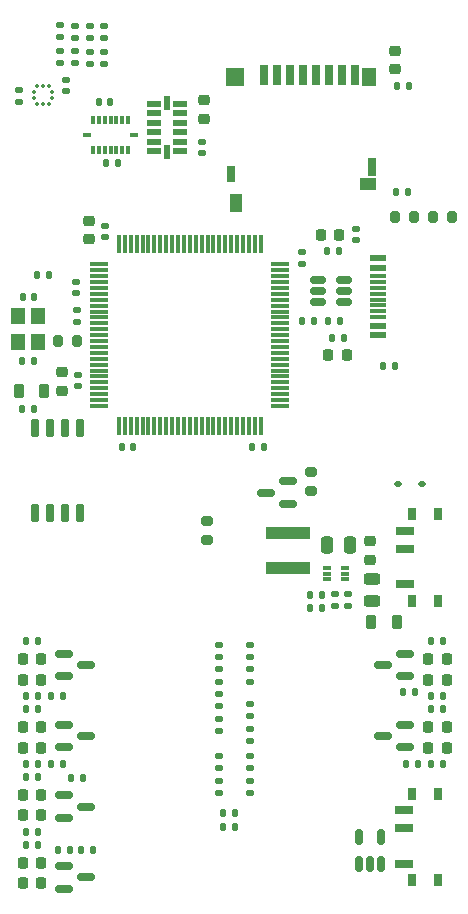
<source format=gtp>
%TF.GenerationSoftware,KiCad,Pcbnew,7.0.2-0*%
%TF.CreationDate,2023-12-01T11:24:17-06:00*%
%TF.ProjectId,Flight Computer,466c6967-6874-4204-936f-6d7075746572,1.1*%
%TF.SameCoordinates,Original*%
%TF.FileFunction,Paste,Top*%
%TF.FilePolarity,Positive*%
%FSLAX46Y46*%
G04 Gerber Fmt 4.6, Leading zero omitted, Abs format (unit mm)*
G04 Created by KiCad (PCBNEW 7.0.2-0) date 2023-12-01 11:24:17*
%MOMM*%
%LPD*%
G01*
G04 APERTURE LIST*
G04 Aperture macros list*
%AMRoundRect*
0 Rectangle with rounded corners*
0 $1 Rounding radius*
0 $2 $3 $4 $5 $6 $7 $8 $9 X,Y pos of 4 corners*
0 Add a 4 corners polygon primitive as box body*
4,1,4,$2,$3,$4,$5,$6,$7,$8,$9,$2,$3,0*
0 Add four circle primitives for the rounded corners*
1,1,$1+$1,$2,$3*
1,1,$1+$1,$4,$5*
1,1,$1+$1,$6,$7*
1,1,$1+$1,$8,$9*
0 Add four rect primitives between the rounded corners*
20,1,$1+$1,$2,$3,$4,$5,0*
20,1,$1+$1,$4,$5,$6,$7,0*
20,1,$1+$1,$6,$7,$8,$9,0*
20,1,$1+$1,$8,$9,$2,$3,0*%
G04 Aperture macros list end*
%ADD10RoundRect,0.218750X-0.218750X-0.256250X0.218750X-0.256250X0.218750X0.256250X-0.218750X0.256250X0*%
%ADD11RoundRect,0.135000X-0.135000X-0.185000X0.135000X-0.185000X0.135000X0.185000X-0.135000X0.185000X0*%
%ADD12RoundRect,0.150000X-0.587500X-0.150000X0.587500X-0.150000X0.587500X0.150000X-0.587500X0.150000X0*%
%ADD13RoundRect,0.200000X-0.275000X0.200000X-0.275000X-0.200000X0.275000X-0.200000X0.275000X0.200000X0*%
%ADD14RoundRect,0.135000X-0.185000X0.135000X-0.185000X-0.135000X0.185000X-0.135000X0.185000X0.135000X0*%
%ADD15RoundRect,0.150000X0.587500X0.150000X-0.587500X0.150000X-0.587500X-0.150000X0.587500X-0.150000X0*%
%ADD16RoundRect,0.218750X0.218750X0.256250X-0.218750X0.256250X-0.218750X-0.256250X0.218750X-0.256250X0*%
%ADD17RoundRect,0.225000X0.250000X-0.225000X0.250000X0.225000X-0.250000X0.225000X-0.250000X-0.225000X0*%
%ADD18RoundRect,0.135000X0.185000X-0.135000X0.185000X0.135000X-0.185000X0.135000X-0.185000X-0.135000X0*%
%ADD19RoundRect,0.200000X0.200000X0.275000X-0.200000X0.275000X-0.200000X-0.275000X0.200000X-0.275000X0*%
%ADD20RoundRect,0.140000X0.140000X0.170000X-0.140000X0.170000X-0.140000X-0.170000X0.140000X-0.170000X0*%
%ADD21RoundRect,0.243750X0.456250X-0.243750X0.456250X0.243750X-0.456250X0.243750X-0.456250X-0.243750X0*%
%ADD22RoundRect,0.225000X-0.250000X0.225000X-0.250000X-0.225000X0.250000X-0.225000X0.250000X0.225000X0*%
%ADD23RoundRect,0.140000X-0.140000X-0.170000X0.140000X-0.170000X0.140000X0.170000X-0.140000X0.170000X0*%
%ADD24R,0.800000X1.000000*%
%ADD25R,1.500000X0.700000*%
%ADD26RoundRect,0.140000X0.170000X-0.140000X0.170000X0.140000X-0.170000X0.140000X-0.170000X-0.140000X0*%
%ADD27RoundRect,0.218750X0.218750X0.381250X-0.218750X0.381250X-0.218750X-0.381250X0.218750X-0.381250X0*%
%ADD28RoundRect,0.140000X-0.170000X0.140000X-0.170000X-0.140000X0.170000X-0.140000X0.170000X0.140000X0*%
%ADD29RoundRect,0.135000X0.135000X0.185000X-0.135000X0.185000X-0.135000X-0.185000X0.135000X-0.185000X0*%
%ADD30R,3.700000X1.100000*%
%ADD31RoundRect,0.112500X-0.187500X-0.112500X0.187500X-0.112500X0.187500X0.112500X-0.187500X0.112500X0*%
%ADD32RoundRect,0.075000X-0.725000X-0.075000X0.725000X-0.075000X0.725000X0.075000X-0.725000X0.075000X0*%
%ADD33RoundRect,0.075000X-0.075000X-0.725000X0.075000X-0.725000X0.075000X0.725000X-0.075000X0.725000X0*%
%ADD34R,1.450000X0.600000*%
%ADD35R,1.450000X0.300000*%
%ADD36RoundRect,0.150000X0.150000X-0.512500X0.150000X0.512500X-0.150000X0.512500X-0.150000X-0.512500X0*%
%ADD37RoundRect,0.150000X0.512500X0.150000X-0.512500X0.150000X-0.512500X-0.150000X0.512500X-0.150000X0*%
%ADD38R,0.700000X1.750000*%
%ADD39R,1.450000X1.000000*%
%ADD40R,1.000000X1.550000*%
%ADD41R,0.800000X1.500000*%
%ADD42R,1.300000X1.500000*%
%ADD43R,1.500000X1.500000*%
%ADD44R,0.800000X1.400000*%
%ADD45RoundRect,0.200000X0.275000X-0.200000X0.275000X0.200000X-0.275000X0.200000X-0.275000X-0.200000X0*%
%ADD46RoundRect,0.200000X-0.200000X-0.275000X0.200000X-0.275000X0.200000X0.275000X-0.200000X0.275000X0*%
%ADD47R,1.200000X1.400000*%
%ADD48RoundRect,0.012500X0.112500X-0.325000X0.112500X0.325000X-0.112500X0.325000X-0.112500X-0.325000X0*%
%ADD49RoundRect,0.012500X0.325000X-0.112500X0.325000X0.112500X-0.325000X0.112500X-0.325000X-0.112500X0*%
%ADD50RoundRect,0.250000X-0.250000X-0.475000X0.250000X-0.475000X0.250000X0.475000X-0.250000X0.475000X0*%
%ADD51RoundRect,0.012500X0.125000X-0.112500X0.125000X0.112500X-0.125000X0.112500X-0.125000X-0.112500X0*%
%ADD52RoundRect,0.012500X0.112500X-0.125000X0.112500X0.125000X-0.112500X0.125000X-0.112500X-0.125000X0*%
%ADD53RoundRect,0.027500X0.545000X0.247500X-0.545000X0.247500X-0.545000X-0.247500X0.545000X-0.247500X0*%
%ADD54RoundRect,0.027500X0.247500X0.545000X-0.247500X0.545000X-0.247500X-0.545000X0.247500X-0.545000X0*%
%ADD55RoundRect,0.150000X0.150000X-0.650000X0.150000X0.650000X-0.150000X0.650000X-0.150000X-0.650000X0*%
%ADD56R,0.700000X0.340000*%
G04 APERTURE END LIST*
D10*
%TO.C,D12*%
X85552500Y-73000000D03*
X87127500Y-73000000D03*
%TD*%
D11*
%TO.C,R3*%
X86750000Y-40490000D03*
X87770000Y-40490000D03*
%TD*%
D10*
%TO.C,D8*%
X85552500Y-80500000D03*
X87127500Y-80500000D03*
%TD*%
D12*
%TO.C,Q2*%
X89062500Y-90550000D03*
X89062500Y-92450000D03*
X90937500Y-91500000D03*
%TD*%
D13*
%TO.C,R18*%
X109950000Y-57135000D03*
X109950000Y-58785000D03*
%TD*%
D14*
%TO.C,R14*%
X104800000Y-78890000D03*
X104800000Y-79910000D03*
%TD*%
D15*
%TO.C,Q1*%
X108037500Y-59860000D03*
X108037500Y-57960000D03*
X106162500Y-58910000D03*
%TD*%
D10*
%TO.C,D9*%
X85552500Y-90250000D03*
X87127500Y-90250000D03*
%TD*%
D16*
%TO.C,D2*%
X112347500Y-37080000D03*
X110772500Y-37080000D03*
%TD*%
D14*
%TO.C,R13*%
X104800000Y-76790000D03*
X104800000Y-77810000D03*
%TD*%
D17*
%TO.C,C26*%
X114940000Y-64595000D03*
X114940000Y-63045000D03*
%TD*%
D18*
%TO.C,R9*%
X102200000Y-79110000D03*
X102200000Y-78090000D03*
%TD*%
D11*
%TO.C,R19*%
X116090000Y-48182500D03*
X117110000Y-48182500D03*
%TD*%
D10*
%TO.C,D10*%
X85552500Y-84500000D03*
X87127500Y-84500000D03*
%TD*%
D19*
%TO.C,R2*%
X90175000Y-46107500D03*
X88525000Y-46107500D03*
%TD*%
D11*
%TO.C,R59*%
X120150000Y-71500000D03*
X121170000Y-71500000D03*
%TD*%
D20*
%TO.C,C10*%
X86480000Y-47782500D03*
X85520000Y-47782500D03*
%TD*%
D21*
%TO.C,F2*%
X115090000Y-68077500D03*
X115090000Y-66202500D03*
%TD*%
D22*
%TO.C,C1*%
X100910000Y-25715000D03*
X100910000Y-27265000D03*
%TD*%
D23*
%TO.C,C8*%
X92020000Y-25870000D03*
X92980000Y-25870000D03*
%TD*%
D20*
%TO.C,C15*%
X94930000Y-55070000D03*
X93970000Y-55070000D03*
%TD*%
D11*
%TO.C,R47*%
X85830000Y-88750000D03*
X86850000Y-88750000D03*
%TD*%
D14*
%TO.C,R15*%
X102200000Y-71790000D03*
X102200000Y-72810000D03*
%TD*%
D18*
%TO.C,R35*%
X104800000Y-82210000D03*
X104800000Y-81190000D03*
%TD*%
%TO.C,R1*%
X111980000Y-68530000D03*
X111980000Y-67510000D03*
%TD*%
D24*
%TO.C,SW1*%
X118530000Y-68050000D03*
X120740000Y-68050000D03*
X118530000Y-60750000D03*
X120740000Y-60750000D03*
D25*
X117880000Y-66650000D03*
X117880000Y-63650000D03*
X117880000Y-62150000D03*
%TD*%
D16*
%TO.C,D4*%
X121447500Y-74750000D03*
X119872500Y-74750000D03*
%TD*%
D19*
%TO.C,R21*%
X118700000Y-35570000D03*
X117050000Y-35570000D03*
%TD*%
D18*
%TO.C,R53*%
X91250000Y-20390000D03*
X91250000Y-19370000D03*
%TD*%
D26*
%TO.C,C25*%
X113800000Y-37560000D03*
X113800000Y-36600000D03*
%TD*%
D27*
%TO.C,FB1*%
X87362500Y-50332500D03*
X85237500Y-50332500D03*
%TD*%
D26*
%TO.C,C16*%
X90200000Y-49887500D03*
X90200000Y-48927500D03*
%TD*%
D11*
%TO.C,R37*%
X120150000Y-76150000D03*
X121170000Y-76150000D03*
%TD*%
D28*
%TO.C,C3*%
X89230000Y-23990000D03*
X89230000Y-24950000D03*
%TD*%
D29*
%TO.C,R46*%
X110180000Y-44350000D03*
X109160000Y-44350000D03*
%TD*%
%TO.C,R5*%
X110880000Y-67560000D03*
X109860000Y-67560000D03*
%TD*%
%TO.C,R17*%
X112720000Y-45850000D03*
X111700000Y-45850000D03*
%TD*%
D11*
%TO.C,R22*%
X109860000Y-68660000D03*
X110880000Y-68660000D03*
%TD*%
D30*
%TO.C,L3*%
X108050000Y-65340000D03*
X108050000Y-62340000D03*
%TD*%
D11*
%TO.C,R58*%
X85830000Y-71500000D03*
X86850000Y-71500000D03*
%TD*%
D31*
%TO.C,D15*%
X117300000Y-58150000D03*
X119400000Y-58150000D03*
%TD*%
D16*
%TO.C,D13*%
X121447500Y-73000000D03*
X119872500Y-73000000D03*
%TD*%
D32*
%TO.C,U1*%
X92025000Y-39582500D03*
X92025000Y-40082500D03*
X92025000Y-40582500D03*
X92025000Y-41082500D03*
X92025000Y-41582500D03*
X92025000Y-42082500D03*
X92025000Y-42582500D03*
X92025000Y-43082500D03*
X92025000Y-43582500D03*
X92025000Y-44082500D03*
X92025000Y-44582500D03*
X92025000Y-45082500D03*
X92025000Y-45582500D03*
X92025000Y-46082500D03*
X92025000Y-46582500D03*
X92025000Y-47082500D03*
X92025000Y-47582500D03*
X92025000Y-48082500D03*
X92025000Y-48582500D03*
X92025000Y-49082500D03*
X92025000Y-49582500D03*
X92025000Y-50082500D03*
X92025000Y-50582500D03*
X92025000Y-51082500D03*
X92025000Y-51582500D03*
D33*
X93700000Y-53257500D03*
X94200000Y-53257500D03*
X94700000Y-53257500D03*
X95200000Y-53257500D03*
X95700000Y-53257500D03*
X96200000Y-53257500D03*
X96700000Y-53257500D03*
X97200000Y-53257500D03*
X97700000Y-53257500D03*
X98200000Y-53257500D03*
X98700000Y-53257500D03*
X99200000Y-53257500D03*
X99700000Y-53257500D03*
X100200000Y-53257500D03*
X100700000Y-53257500D03*
X101200000Y-53257500D03*
X101700000Y-53257500D03*
X102200000Y-53257500D03*
X102700000Y-53257500D03*
X103200000Y-53257500D03*
X103700000Y-53257500D03*
X104200000Y-53257500D03*
X104700000Y-53257500D03*
X105200000Y-53257500D03*
X105700000Y-53257500D03*
D32*
X107375000Y-51582500D03*
X107375000Y-51082500D03*
X107375000Y-50582500D03*
X107375000Y-50082500D03*
X107375000Y-49582500D03*
X107375000Y-49082500D03*
X107375000Y-48582500D03*
X107375000Y-48082500D03*
X107375000Y-47582500D03*
X107375000Y-47082500D03*
X107375000Y-46582500D03*
X107375000Y-46082500D03*
X107375000Y-45582500D03*
X107375000Y-45082500D03*
X107375000Y-44582500D03*
X107375000Y-44082500D03*
X107375000Y-43582500D03*
X107375000Y-43082500D03*
X107375000Y-42582500D03*
X107375000Y-42082500D03*
X107375000Y-41582500D03*
X107375000Y-41082500D03*
X107375000Y-40582500D03*
X107375000Y-40082500D03*
X107375000Y-39582500D03*
D33*
X105700000Y-37907500D03*
X105200000Y-37907500D03*
X104700000Y-37907500D03*
X104200000Y-37907500D03*
X103700000Y-37907500D03*
X103200000Y-37907500D03*
X102700000Y-37907500D03*
X102200000Y-37907500D03*
X101700000Y-37907500D03*
X101200000Y-37907500D03*
X100700000Y-37907500D03*
X100200000Y-37907500D03*
X99700000Y-37907500D03*
X99200000Y-37907500D03*
X98700000Y-37907500D03*
X98200000Y-37907500D03*
X97700000Y-37907500D03*
X97200000Y-37907500D03*
X96700000Y-37907500D03*
X96200000Y-37907500D03*
X95700000Y-37907500D03*
X95200000Y-37907500D03*
X94700000Y-37907500D03*
X94200000Y-37907500D03*
X93700000Y-37907500D03*
%TD*%
D16*
%TO.C,D5*%
X121447500Y-80500000D03*
X119872500Y-80500000D03*
%TD*%
D17*
%TO.C,C7*%
X91200000Y-37445000D03*
X91200000Y-35895000D03*
%TD*%
D29*
%TO.C,R39*%
X86850000Y-76150000D03*
X85830000Y-76150000D03*
%TD*%
D20*
%TO.C,C29*%
X86480000Y-51820000D03*
X85520000Y-51820000D03*
%TD*%
D29*
%TO.C,R27*%
X118160000Y-33432500D03*
X117140000Y-33432500D03*
%TD*%
D11*
%TO.C,R38*%
X120150000Y-81900000D03*
X121170000Y-81900000D03*
%TD*%
%TO.C,R33*%
X87920000Y-81900000D03*
X88940000Y-81900000D03*
%TD*%
D29*
%TO.C,R40*%
X86850000Y-87650000D03*
X85830000Y-87650000D03*
%TD*%
D34*
%TO.C,J7*%
X115605000Y-45570000D03*
X115605000Y-44770000D03*
D35*
X115605000Y-43570000D03*
X115605000Y-42570000D03*
X115605000Y-42070000D03*
X115605000Y-41070000D03*
D34*
X115605000Y-39870000D03*
X115605000Y-39070000D03*
X115605000Y-39070000D03*
X115605000Y-39870000D03*
D35*
X115605000Y-40570000D03*
X115605000Y-41570000D03*
X115605000Y-43070000D03*
X115605000Y-44070000D03*
D34*
X115605000Y-44770000D03*
X115605000Y-45570000D03*
%TD*%
D29*
%TO.C,R30*%
X118730000Y-75790000D03*
X117710000Y-75790000D03*
%TD*%
D14*
%TO.C,R12*%
X104800000Y-73890000D03*
X104800000Y-74910000D03*
%TD*%
D28*
%TO.C,C12*%
X109160000Y-38560000D03*
X109160000Y-39520000D03*
%TD*%
D27*
%TO.C,FB3*%
X117202500Y-69900000D03*
X115077500Y-69900000D03*
%TD*%
D36*
%TO.C,U8*%
X114020000Y-90337500D03*
X114970000Y-90337500D03*
X115920000Y-90337500D03*
X115920000Y-88062500D03*
X114020000Y-88062500D03*
%TD*%
D18*
%TO.C,R48*%
X92460000Y-22590000D03*
X92460000Y-21570000D03*
%TD*%
%TO.C,R8*%
X102200000Y-82210000D03*
X102200000Y-81190000D03*
%TD*%
D16*
%TO.C,D14*%
X121447500Y-78750000D03*
X119872500Y-78750000D03*
%TD*%
D10*
%TO.C,D11*%
X85552500Y-78750000D03*
X87127500Y-78750000D03*
%TD*%
D15*
%TO.C,Q7*%
X117937500Y-80450000D03*
X117937500Y-78550000D03*
X116062500Y-79500000D03*
%TD*%
D26*
%TO.C,C9*%
X90100000Y-42012500D03*
X90100000Y-41052500D03*
%TD*%
D10*
%TO.C,D3*%
X85552500Y-92000000D03*
X87127500Y-92000000D03*
%TD*%
D26*
%TO.C,C4*%
X85200000Y-25820000D03*
X85200000Y-24860000D03*
%TD*%
D18*
%TO.C,R49*%
X92460000Y-20390000D03*
X92460000Y-19370000D03*
%TD*%
D17*
%TO.C,C24*%
X88850000Y-50282500D03*
X88850000Y-48732500D03*
%TD*%
D14*
%TO.C,R16*%
X102200000Y-73890000D03*
X102200000Y-74910000D03*
%TD*%
D37*
%TO.C,U2*%
X112787500Y-42782500D03*
X112787500Y-41832500D03*
X112787500Y-40882500D03*
X110512500Y-40882500D03*
X110512500Y-41832500D03*
X110512500Y-42782500D03*
%TD*%
D38*
%TO.C,J10*%
X105995000Y-23582500D03*
X107095000Y-23582500D03*
X108195000Y-23582500D03*
X109295000Y-23582500D03*
X110395000Y-23582500D03*
X111495000Y-23582500D03*
X112595000Y-23582500D03*
X113695000Y-23582500D03*
D39*
X114820000Y-32807500D03*
D40*
X103595000Y-34382500D03*
D41*
X115145000Y-31307500D03*
D42*
X114895000Y-23707500D03*
D43*
X103545000Y-23707500D03*
D44*
X103195000Y-31957500D03*
%TD*%
D45*
%TO.C,R28*%
X101150000Y-62945000D03*
X101150000Y-61295000D03*
%TD*%
D46*
%TO.C,R20*%
X120275000Y-35570000D03*
X121925000Y-35570000D03*
%TD*%
D11*
%TO.C,R4*%
X102490000Y-87200000D03*
X103510000Y-87200000D03*
%TD*%
D47*
%TO.C,Y1*%
X85175000Y-43982500D03*
X85175000Y-46182500D03*
X86875000Y-46182500D03*
X86875000Y-43982500D03*
%TD*%
D29*
%TO.C,R31*%
X119050000Y-81910000D03*
X118030000Y-81910000D03*
%TD*%
%TO.C,R36*%
X89530000Y-89160000D03*
X88510000Y-89160000D03*
%TD*%
D18*
%TO.C,R52*%
X91250000Y-22590000D03*
X91250000Y-21570000D03*
%TD*%
D29*
%TO.C,R41*%
X86850000Y-81900000D03*
X85830000Y-81900000D03*
%TD*%
D15*
%TO.C,Q6*%
X117937500Y-74450000D03*
X117937500Y-72550000D03*
X116062500Y-73500000D03*
%TD*%
D11*
%TO.C,R56*%
X85830000Y-83000000D03*
X86850000Y-83000000D03*
%TD*%
%TO.C,R57*%
X85830000Y-77250000D03*
X86850000Y-77250000D03*
%TD*%
D29*
%TO.C,R45*%
X112390000Y-44350000D03*
X111370000Y-44350000D03*
%TD*%
D11*
%TO.C,R32*%
X87930000Y-76150000D03*
X88950000Y-76150000D03*
%TD*%
D18*
%TO.C,R7*%
X102200000Y-84310000D03*
X102200000Y-83290000D03*
%TD*%
%TO.C,R50*%
X88730000Y-22560000D03*
X88730000Y-21540000D03*
%TD*%
%TO.C,R55*%
X89980000Y-20390000D03*
X89980000Y-19370000D03*
%TD*%
D48*
%TO.C,U4*%
X91490000Y-27380000D03*
X91990000Y-27380000D03*
X92490000Y-27380000D03*
X92990000Y-27380000D03*
X93490000Y-27380000D03*
X93990000Y-27380000D03*
X94490000Y-27380000D03*
D49*
X95002500Y-28642500D03*
D48*
X94490000Y-29905000D03*
X93990000Y-29905000D03*
X93490000Y-29905000D03*
X92990000Y-29905000D03*
X92490000Y-29905000D03*
X91990000Y-29905000D03*
X91490000Y-29905000D03*
D49*
X90977500Y-28642500D03*
%TD*%
D18*
%TO.C,R10*%
X102200000Y-77010000D03*
X102200000Y-75990000D03*
%TD*%
D12*
%TO.C,Q5*%
X89062500Y-78550000D03*
X89062500Y-80450000D03*
X90937500Y-79500000D03*
%TD*%
D10*
%TO.C,D6*%
X85552500Y-74750000D03*
X87127500Y-74750000D03*
%TD*%
D24*
%TO.C,SW2*%
X118490000Y-91720000D03*
X120700000Y-91720000D03*
X118490000Y-84420000D03*
X120700000Y-84420000D03*
D25*
X117840000Y-90320000D03*
X117840000Y-87320000D03*
X117840000Y-85820000D03*
%TD*%
D26*
%TO.C,C27*%
X113110000Y-68480000D03*
X113110000Y-67520000D03*
%TD*%
D29*
%TO.C,R6*%
X103510000Y-86080000D03*
X102490000Y-86080000D03*
%TD*%
D11*
%TO.C,R29*%
X89660000Y-83058000D03*
X90680000Y-83058000D03*
%TD*%
D14*
%TO.C,R11*%
X104800000Y-71790000D03*
X104800000Y-72810000D03*
%TD*%
D50*
%TO.C,C30*%
X111330000Y-63360000D03*
X113230000Y-63360000D03*
%TD*%
D51*
%TO.C,U5*%
X86537500Y-25002500D03*
X86537500Y-25502500D03*
D52*
X86800000Y-26015000D03*
X87300000Y-26015000D03*
X87800000Y-26015000D03*
D51*
X88062500Y-25502500D03*
X88062500Y-25002500D03*
D52*
X87800000Y-24490000D03*
X87300000Y-24490000D03*
X86800000Y-24490000D03*
%TD*%
D22*
%TO.C,C28*%
X117070000Y-21495000D03*
X117070000Y-23045000D03*
%TD*%
D18*
%TO.C,R51*%
X88730000Y-20360000D03*
X88730000Y-19340000D03*
%TD*%
D12*
%TO.C,Q3*%
X89062500Y-84550000D03*
X89062500Y-86450000D03*
X90937500Y-85500000D03*
%TD*%
D16*
%TO.C,D1*%
X112987500Y-47270000D03*
X111412500Y-47270000D03*
%TD*%
D20*
%TO.C,C13*%
X105955000Y-55020000D03*
X104995000Y-55020000D03*
%TD*%
D53*
%TO.C,U3*%
X98900000Y-30010000D03*
X98900000Y-29210000D03*
X98900000Y-28410000D03*
X98900000Y-27610000D03*
X98900000Y-26810000D03*
X98900000Y-26010000D03*
D54*
X97802500Y-25912500D03*
D53*
X96705000Y-26010000D03*
X96705000Y-26810000D03*
X96705000Y-27610000D03*
X96705000Y-28410000D03*
X96705000Y-29210000D03*
X96705000Y-30010000D03*
D54*
X97802500Y-30107500D03*
%TD*%
D10*
%TO.C,D7*%
X85552500Y-86250000D03*
X87127500Y-86250000D03*
%TD*%
D55*
%TO.C,U7*%
X86595000Y-60620000D03*
X87865000Y-60620000D03*
X89135000Y-60620000D03*
X90405000Y-60620000D03*
X90405000Y-53420000D03*
X89135000Y-53420000D03*
X87865000Y-53420000D03*
X86595000Y-53420000D03*
%TD*%
D26*
%TO.C,C2*%
X100700000Y-30162500D03*
X100700000Y-29202500D03*
%TD*%
D29*
%TO.C,R26*%
X118290000Y-24480000D03*
X117270000Y-24480000D03*
%TD*%
%TO.C,R24*%
X112300000Y-38475000D03*
X111280000Y-38475000D03*
%TD*%
D23*
%TO.C,C6*%
X85570000Y-42382500D03*
X86530000Y-42382500D03*
%TD*%
D18*
%TO.C,R54*%
X89980000Y-22560000D03*
X89980000Y-21540000D03*
%TD*%
D20*
%TO.C,C5*%
X93580000Y-31020000D03*
X92620000Y-31020000D03*
%TD*%
D11*
%TO.C,R34*%
X90500000Y-89170000D03*
X91520000Y-89170000D03*
%TD*%
D26*
%TO.C,C11*%
X92550000Y-37300000D03*
X92550000Y-36340000D03*
%TD*%
D18*
%TO.C,R25*%
X104800000Y-84310000D03*
X104800000Y-83290000D03*
%TD*%
D11*
%TO.C,R60*%
X120150000Y-77250000D03*
X121170000Y-77250000D03*
%TD*%
D56*
%TO.C,U6*%
X112830000Y-66270000D03*
X112830000Y-65770000D03*
X112830000Y-65270000D03*
X111330000Y-65270000D03*
X111330000Y-65770000D03*
X111330000Y-66270000D03*
%TD*%
D26*
%TO.C,C14*%
X90150000Y-44437500D03*
X90150000Y-43477500D03*
%TD*%
D12*
%TO.C,Q8*%
X89062500Y-72550000D03*
X89062500Y-74450000D03*
X90937500Y-73500000D03*
%TD*%
M02*

</source>
